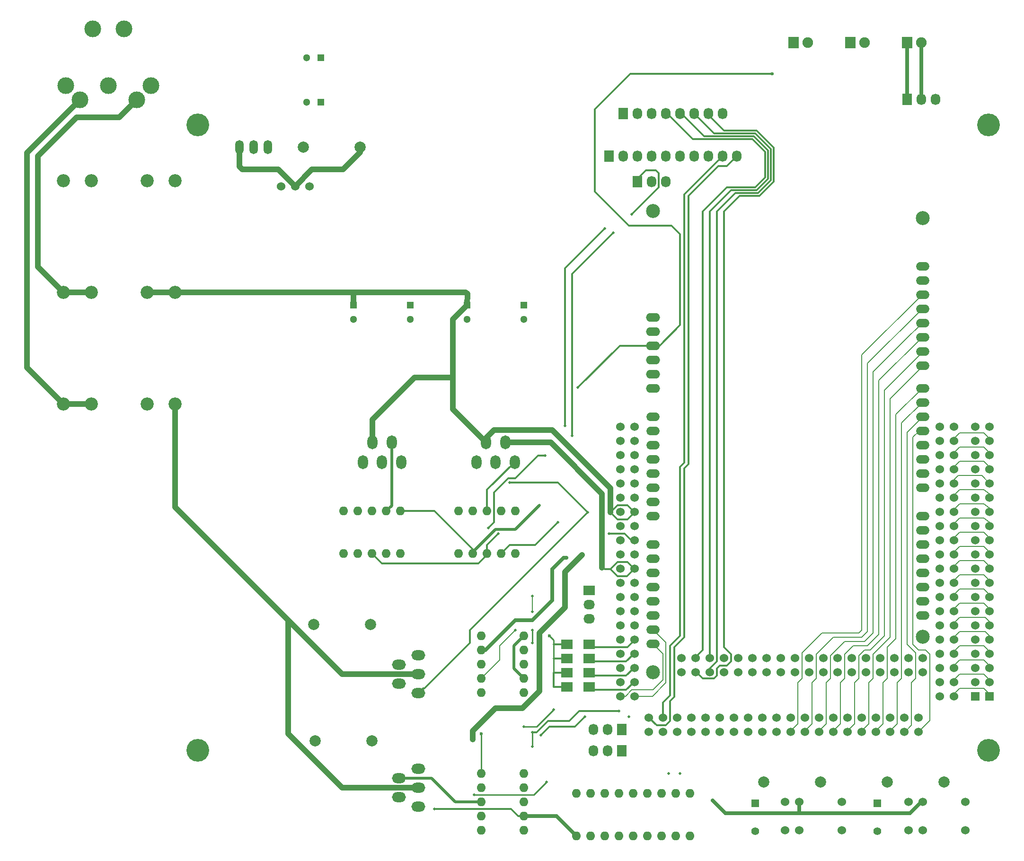
<source format=gbl>
G04 #@! TF.FileFunction,Copper,L4,Bot,Signal*
%FSLAX46Y46*%
G04 Gerber Fmt 4.6, Leading zero omitted, Abs format (unit mm)*
G04 Created by KiCad (PCBNEW 4.0.1-stable) date Monday, February 22, 2016 'PMt' 07:07:20 PM*
%MOMM*%
G01*
G04 APERTURE LIST*
%ADD10C,0.100000*%
%ADD11O,1.600000X1.600000*%
%ADD12C,1.524000*%
%ADD13O,2.400000X1.524000*%
%ADD14O,2.540000X1.524000*%
%ADD15C,2.500000*%
%ADD16C,3.000000*%
%ADD17R,1.524000X1.524000*%
%ADD18R,1.400000X1.400000*%
%ADD19C,1.400000*%
%ADD20R,1.300000X1.300000*%
%ADD21C,1.300000*%
%ADD22C,2.349500*%
%ADD23R,1.900000X2.000000*%
%ADD24C,1.900000*%
%ADD25R,1.727200X2.032000*%
%ADD26O,1.727200X2.032000*%
%ADD27R,2.032000X1.727200*%
%ADD28O,2.032000X1.727200*%
%ADD29R,2.000000X1.700000*%
%ADD30C,1.998980*%
%ADD31O,1.800860X2.499360*%
%ADD32O,2.499360X1.800860*%
%ADD33O,1.501140X2.499360*%
%ADD34C,4.064000*%
%ADD35C,0.500000*%
%ADD36C,0.600000*%
%ADD37C,0.200000*%
%ADD38C,1.000000*%
%ADD39C,0.500000*%
%ADD40C,0.250000*%
%ADD41C,0.700000*%
%ADD42C,0.300000*%
G04 APERTURE END LIST*
D10*
D11*
X144780000Y-126492000D03*
X144780000Y-129032000D03*
X144780000Y-131572000D03*
X144780000Y-134112000D03*
X144780000Y-136652000D03*
X152400000Y-136652000D03*
X152400000Y-134112000D03*
X152400000Y-131572000D03*
X152400000Y-129032000D03*
X152400000Y-126492000D03*
D12*
X172198000Y-111906000D03*
X172198000Y-101746000D03*
X172198000Y-99206000D03*
X169658000Y-99206000D03*
X169658000Y-101746000D03*
X169658000Y-91586000D03*
X169658000Y-89046000D03*
X172198000Y-91586000D03*
X172198000Y-89046000D03*
X172198000Y-94126000D03*
X172198000Y-96666000D03*
X169658000Y-94126000D03*
X169658000Y-96666000D03*
X169658000Y-106826000D03*
X169658000Y-104286000D03*
X169658000Y-109366000D03*
X169658000Y-111906000D03*
X172198000Y-109366000D03*
X169658000Y-119526000D03*
X172198000Y-119526000D03*
X169658000Y-122066000D03*
X172198000Y-122066000D03*
X169658000Y-124606000D03*
X172198000Y-124606000D03*
X169658000Y-134766000D03*
X172198000Y-134766000D03*
X169658000Y-137306000D03*
X172198000Y-137306000D03*
X200138000Y-143656000D03*
X202678000Y-143656000D03*
X205218000Y-143656000D03*
X207758000Y-143656000D03*
X210298000Y-143656000D03*
X212838000Y-143656000D03*
X215378000Y-143656000D03*
X217918000Y-143656000D03*
X220458000Y-143656000D03*
X222998000Y-143656000D03*
X229348000Y-137306000D03*
X226808000Y-137306000D03*
X229348000Y-134766000D03*
X226808000Y-134766000D03*
X229348000Y-132226000D03*
X226808000Y-132226000D03*
X229348000Y-129686000D03*
X226808000Y-129686000D03*
X229348000Y-127146000D03*
X226808000Y-127146000D03*
X229348000Y-124606000D03*
X226808000Y-124606000D03*
X229348000Y-122066000D03*
X226808000Y-122066000D03*
X229348000Y-119526000D03*
X226808000Y-119526000D03*
X229348000Y-116986000D03*
X226808000Y-116986000D03*
X229348000Y-114446000D03*
X226808000Y-114446000D03*
X229348000Y-111906000D03*
X226808000Y-111906000D03*
X229348000Y-109366000D03*
X226808000Y-109366000D03*
X229348000Y-106826000D03*
X226808000Y-106826000D03*
X229348000Y-104286000D03*
X226808000Y-104286000D03*
X229348000Y-101746000D03*
X226808000Y-101746000D03*
X229348000Y-99206000D03*
X226808000Y-99206000D03*
X229348000Y-96666000D03*
X226808000Y-96666000D03*
X229348000Y-94126000D03*
X226808000Y-94126000D03*
X229348000Y-91586000D03*
X226808000Y-91586000D03*
X229348000Y-89046000D03*
X226808000Y-89046000D03*
X197598000Y-143656000D03*
X195058000Y-143656000D03*
X192518000Y-143656000D03*
X189978000Y-143656000D03*
X187438000Y-143656000D03*
X184898000Y-143656000D03*
X182358000Y-143656000D03*
X179818000Y-143656000D03*
X177278000Y-143656000D03*
X174738000Y-143656000D03*
X222998000Y-141116000D03*
X220458000Y-141116000D03*
X217918000Y-141116000D03*
X215378000Y-141116000D03*
X212838000Y-141116000D03*
X210298000Y-141116000D03*
X207758000Y-141116000D03*
X205218000Y-141116000D03*
X202678000Y-141116000D03*
X200138000Y-141116000D03*
X197598000Y-141116000D03*
X195058000Y-141116000D03*
X192518000Y-141116000D03*
X189978000Y-141116000D03*
X187438000Y-141116000D03*
X184898000Y-141116000D03*
X182358000Y-141116000D03*
X179818000Y-141116000D03*
X177278000Y-141116000D03*
X174738000Y-141116000D03*
X172198000Y-132226000D03*
X169658000Y-132226000D03*
X172198000Y-129686000D03*
X169658000Y-129686000D03*
X172198000Y-127146000D03*
X169658000Y-127146000D03*
X172198000Y-116986000D03*
X172198000Y-114446000D03*
X169658000Y-116986000D03*
X169658000Y-114446000D03*
X172198000Y-106826000D03*
X172198000Y-104286000D03*
D13*
X223760000Y-105048000D03*
X223760000Y-107588000D03*
X223760000Y-110128000D03*
X223760000Y-112668000D03*
X223760000Y-115208000D03*
X223760000Y-117748000D03*
X223760000Y-120288000D03*
X223760000Y-122828000D03*
X175500000Y-127908000D03*
X175500000Y-125368000D03*
X175500000Y-122828000D03*
X175500000Y-120288000D03*
X175500000Y-110128000D03*
X175500000Y-105048000D03*
X175500000Y-102508000D03*
X175500000Y-112668000D03*
X175500000Y-115208000D03*
X175500000Y-117748000D03*
X175500000Y-99968000D03*
X175500000Y-97428000D03*
X175500000Y-94888000D03*
X175500000Y-87268000D03*
X175500000Y-89808000D03*
X175500000Y-92348000D03*
D14*
X175500000Y-82188000D03*
X175500000Y-79648000D03*
X175500000Y-77108000D03*
X175500000Y-72028000D03*
X175500000Y-69488000D03*
D13*
X223760000Y-99968000D03*
X223760000Y-97428000D03*
X223760000Y-94888000D03*
X223760000Y-92348000D03*
X223760000Y-89808000D03*
X223760000Y-87268000D03*
X223760000Y-84728000D03*
X223760000Y-82188000D03*
X223760000Y-78124000D03*
X223760000Y-75584000D03*
X223760000Y-73044000D03*
X223760000Y-70504000D03*
X223760000Y-67964000D03*
X223760000Y-65424000D03*
X223760000Y-62884000D03*
X223760000Y-60344000D03*
D14*
X175500000Y-74568000D03*
D15*
X175500000Y-132988000D03*
X223760000Y-126638000D03*
X223760000Y-51708000D03*
X175500000Y-50438000D03*
D12*
X221220000Y-130448000D03*
X221220000Y-132988000D03*
X218680000Y-130448000D03*
X218680000Y-132988000D03*
X216140000Y-130448000D03*
X216140000Y-132988000D03*
X213600000Y-130448000D03*
X213600000Y-132988000D03*
X223760000Y-130448000D03*
X223760000Y-132988000D03*
X211060000Y-132988000D03*
X211060000Y-130448000D03*
X208520000Y-130448000D03*
X208520000Y-132988000D03*
X205980000Y-130448000D03*
X205980000Y-132988000D03*
X203440000Y-130448000D03*
X203440000Y-132988000D03*
X200900000Y-130448000D03*
X200900000Y-132988000D03*
X198360000Y-130448000D03*
X198360000Y-132988000D03*
X195820000Y-130448000D03*
X195820000Y-132988000D03*
X193280000Y-130448000D03*
X193280000Y-132988000D03*
X190740000Y-130448000D03*
X190740000Y-132988000D03*
X188200000Y-130448000D03*
X188200000Y-132988000D03*
X185660000Y-130448000D03*
X185660000Y-132988000D03*
X183120000Y-130448000D03*
X183120000Y-132988000D03*
X180580000Y-130448000D03*
X180580000Y-132988000D03*
X199136000Y-156210000D03*
X201676000Y-156210000D03*
X199136000Y-161290000D03*
X201676000Y-161290000D03*
X209296000Y-161290000D03*
X209296000Y-156210000D03*
X221234000Y-156210000D03*
X223774000Y-156210000D03*
X221234000Y-161290000D03*
X223774000Y-161290000D03*
X231394000Y-161290000D03*
X231394000Y-156210000D03*
D16*
X75206000Y-17840000D03*
X80794000Y-17840000D03*
X85620000Y-28000000D03*
X83080000Y-30540000D03*
X78000000Y-28000000D03*
X72920000Y-30540000D03*
X70380000Y-28000000D03*
D17*
X233172000Y-137287000D03*
D12*
X233172000Y-134747000D03*
X233172000Y-132207000D03*
X233172000Y-129667000D03*
X233172000Y-127127000D03*
X233172000Y-124587000D03*
X233172000Y-122047000D03*
X233172000Y-119507000D03*
X233172000Y-116967000D03*
X233172000Y-114427000D03*
X233172000Y-111887000D03*
X233172000Y-109347000D03*
X233172000Y-106807000D03*
X233172000Y-104267000D03*
X233172000Y-101727000D03*
X233172000Y-99187000D03*
X233172000Y-96647000D03*
X233172000Y-94107000D03*
X233172000Y-91567000D03*
X233172000Y-89027000D03*
D17*
X235712000Y-137287000D03*
D12*
X235712000Y-134747000D03*
X235712000Y-132207000D03*
X235712000Y-129667000D03*
X235712000Y-127127000D03*
X235712000Y-124587000D03*
X235712000Y-122047000D03*
X235712000Y-119507000D03*
X235712000Y-116967000D03*
X235712000Y-114427000D03*
X235712000Y-111887000D03*
X235712000Y-109347000D03*
X235712000Y-106807000D03*
X235712000Y-104267000D03*
X235712000Y-101727000D03*
X235712000Y-99187000D03*
X235712000Y-96647000D03*
X235712000Y-94107000D03*
X235712000Y-91567000D03*
X235712000Y-89027000D03*
D18*
X193802000Y-156464000D03*
D19*
X193802000Y-161464000D03*
D18*
X215646000Y-156464000D03*
D19*
X215646000Y-161464000D03*
D20*
X142240000Y-67310000D03*
D21*
X142240000Y-69810000D03*
D20*
X116000000Y-23000000D03*
D21*
X113500000Y-23000000D03*
D20*
X116000000Y-31000000D03*
D21*
X113500000Y-31000000D03*
D20*
X152400000Y-67310000D03*
D21*
X152400000Y-69810000D03*
D20*
X121920000Y-67310000D03*
D21*
X121920000Y-69810000D03*
D20*
X132080000Y-67310000D03*
D21*
X132080000Y-69810000D03*
D22*
X74998740Y-65000000D03*
X70000020Y-65000000D03*
X85001260Y-65000000D03*
X89999980Y-65000000D03*
X74998740Y-85000000D03*
X70000020Y-85000000D03*
X85001260Y-85000000D03*
X89999980Y-85000000D03*
X74998740Y-45000000D03*
X70000020Y-45000000D03*
X85001260Y-45000000D03*
X89999980Y-45000000D03*
D23*
X220980000Y-20320000D03*
D24*
X223520000Y-20320000D03*
D23*
X200660000Y-20320000D03*
D24*
X203200000Y-20320000D03*
D23*
X210820000Y-20320000D03*
D24*
X213360000Y-20320000D03*
D25*
X170180000Y-33020000D03*
D26*
X172720000Y-33020000D03*
X175260000Y-33020000D03*
X177800000Y-33020000D03*
X180340000Y-33020000D03*
X182880000Y-33020000D03*
X185420000Y-33020000D03*
X187960000Y-33020000D03*
D25*
X167640000Y-40640000D03*
D26*
X170180000Y-40640000D03*
X172720000Y-40640000D03*
X175260000Y-40640000D03*
X177800000Y-40640000D03*
X180340000Y-40640000D03*
X182880000Y-40640000D03*
X185420000Y-40640000D03*
X187960000Y-40640000D03*
X190500000Y-40640000D03*
D27*
X164084000Y-118364000D03*
D28*
X164084000Y-120904000D03*
X164084000Y-123444000D03*
D25*
X220980000Y-30480000D03*
D26*
X223520000Y-30480000D03*
X226060000Y-30480000D03*
D25*
X169926000Y-147066000D03*
D26*
X167386000Y-147066000D03*
X164846000Y-147066000D03*
D25*
X169926000Y-143256000D03*
D26*
X167386000Y-143256000D03*
X164846000Y-143256000D03*
D25*
X172720000Y-45212000D03*
D26*
X175260000Y-45212000D03*
X177800000Y-45212000D03*
D29*
X164052000Y-135636000D03*
X160052000Y-135636000D03*
X164052000Y-133096000D03*
X160052000Y-133096000D03*
X164052000Y-130556000D03*
X160052000Y-130556000D03*
X164052000Y-128016000D03*
X160052000Y-128016000D03*
D30*
X195326000Y-152654000D03*
X205486000Y-152654000D03*
X217424000Y-152654000D03*
X227584000Y-152654000D03*
X125222000Y-145288000D03*
X115062000Y-145288000D03*
X123080000Y-39000000D03*
X112920000Y-39000000D03*
D12*
X111460000Y-46000000D03*
X108920000Y-46000000D03*
X114000000Y-46000000D03*
D11*
X182118000Y-154686000D03*
X179578000Y-154686000D03*
X177038000Y-154686000D03*
X174498000Y-154686000D03*
X171958000Y-154686000D03*
X169418000Y-154686000D03*
X166878000Y-154686000D03*
X164338000Y-154686000D03*
X161798000Y-154686000D03*
X161798000Y-162306000D03*
X164338000Y-162306000D03*
X166878000Y-162306000D03*
X169418000Y-162306000D03*
X171958000Y-162306000D03*
X174498000Y-162306000D03*
X177038000Y-162306000D03*
X179578000Y-162306000D03*
X182118000Y-162306000D03*
D31*
X147320000Y-95379540D03*
X143918940Y-95379540D03*
X150721060Y-95379540D03*
X145620740Y-91879420D03*
X149019260Y-91879420D03*
D32*
X133479540Y-133350000D03*
X133479540Y-136751060D03*
X133479540Y-129948940D03*
X129979420Y-135049260D03*
X129979420Y-131650740D03*
D11*
X150876000Y-104140000D03*
X148336000Y-104140000D03*
X145796000Y-104140000D03*
X143256000Y-104140000D03*
X140716000Y-104140000D03*
X140716000Y-111760000D03*
X143256000Y-111760000D03*
X145796000Y-111760000D03*
X148336000Y-111760000D03*
X150876000Y-111760000D03*
D31*
X127000000Y-95379540D03*
X123598940Y-95379540D03*
X130401060Y-95379540D03*
X125300740Y-91879420D03*
X128699260Y-91879420D03*
D32*
X133479540Y-153670000D03*
X133479540Y-157071060D03*
X133479540Y-150268940D03*
X129979420Y-155369260D03*
X129979420Y-151970740D03*
D11*
X130302000Y-104140000D03*
X127762000Y-104140000D03*
X125222000Y-104140000D03*
X122682000Y-104140000D03*
X120142000Y-104140000D03*
X120142000Y-111760000D03*
X122682000Y-111760000D03*
X125222000Y-111760000D03*
X127762000Y-111760000D03*
X130302000Y-111760000D03*
X144780000Y-151130000D03*
X144780000Y-153670000D03*
X144780000Y-156210000D03*
X144780000Y-158750000D03*
X144780000Y-161290000D03*
X152400000Y-161290000D03*
X152400000Y-158750000D03*
X152400000Y-156210000D03*
X152400000Y-153670000D03*
X152400000Y-151130000D03*
D33*
X104000000Y-39000000D03*
X101460000Y-39000000D03*
X106540000Y-39000000D03*
D30*
X124968000Y-124460000D03*
X114808000Y-124460000D03*
D34*
X94000000Y-147000000D03*
X94000000Y-35000000D03*
X235500000Y-147000000D03*
X235500000Y-35000000D03*
D35*
X150876000Y-125476000D03*
X153924000Y-119380000D03*
X153924000Y-122174000D03*
X157734000Y-139700000D03*
X152400000Y-142748000D03*
X186182000Y-155956000D03*
X155194000Y-103124000D03*
X136398000Y-157480000D03*
D36*
X156972000Y-126492000D03*
X144780000Y-144018000D03*
D35*
X160020000Y-112522000D03*
X167640000Y-108204000D03*
X162814000Y-112014000D03*
X143256000Y-145042000D03*
X155448000Y-144272000D03*
X163322000Y-140970000D03*
X171196000Y-140970000D03*
X158496000Y-106172000D03*
X161036000Y-90678000D03*
X168402000Y-54356000D03*
X171704000Y-51054000D03*
X169418000Y-139954000D03*
X147828000Y-108204000D03*
X146050000Y-107188000D03*
X156210000Y-94234000D03*
X159766000Y-88900000D03*
X166878000Y-53594000D03*
X153924000Y-146304000D03*
X153924000Y-143764000D03*
X162052000Y-82042000D03*
D36*
X196850000Y-25908000D03*
D35*
X178308000Y-151130000D03*
X180340000Y-151130000D03*
X149860000Y-99060000D03*
X163830000Y-104394000D03*
X143510000Y-154940000D03*
X156464000Y-152654000D03*
X153924000Y-127762000D03*
X153924000Y-125476000D03*
D37*
X148082000Y-130810000D02*
X144780000Y-134112000D01*
X148082000Y-128270000D02*
X148082000Y-130810000D01*
X150876000Y-125476000D02*
X148082000Y-128270000D01*
D38*
X89999980Y-85000000D02*
X89999980Y-103461980D01*
X89999980Y-103461980D02*
X110236000Y-123698000D01*
X110236000Y-123698000D02*
X110236000Y-124206000D01*
X110490000Y-124460000D02*
X110236000Y-124460000D01*
X110236000Y-124206000D02*
X110490000Y-124460000D01*
X133479540Y-133350000D02*
X119888000Y-133350000D01*
X119888000Y-133350000D02*
X110236000Y-123698000D01*
X110236000Y-123698000D02*
X110236000Y-124460000D01*
X110236000Y-124460000D02*
X110236000Y-127508000D01*
X133479540Y-153670000D02*
X121920000Y-153670000D01*
X110236000Y-144018000D02*
X110236000Y-127508000D01*
D39*
X110236000Y-127508000D02*
X110236000Y-127254000D01*
D38*
X119888000Y-153670000D02*
X110236000Y-144018000D01*
X121920000Y-153670000D02*
X119888000Y-153670000D01*
D37*
X153924000Y-122174000D02*
X153924000Y-119380000D01*
D39*
X152400000Y-126492000D02*
X150622000Y-128270000D01*
X150622000Y-132334000D02*
X152400000Y-134112000D01*
X150622000Y-128270000D02*
X150622000Y-132334000D01*
D40*
X157734000Y-139700000D02*
X157734000Y-139700000D01*
X154686000Y-142748000D02*
X157734000Y-139700000D01*
X152400000Y-142748000D02*
X154686000Y-142748000D01*
D41*
X201676000Y-158242000D02*
X188468000Y-158242000D01*
X188468000Y-158242000D02*
X186182000Y-155956000D01*
X201676000Y-156210000D02*
X201676000Y-158242000D01*
X221488000Y-158242000D02*
X223520000Y-156210000D01*
X201676000Y-158242000D02*
X221488000Y-158242000D01*
X223520000Y-156210000D02*
X223774000Y-156210000D01*
D39*
X143256000Y-111760000D02*
X143256000Y-111506000D01*
X143256000Y-111506000D02*
X147320000Y-107442000D01*
X150876000Y-107442000D02*
X155194000Y-103124000D01*
X147320000Y-107442000D02*
X150876000Y-107442000D01*
D42*
X143256000Y-111760000D02*
X143256000Y-110998000D01*
X143256000Y-110998000D02*
X136398000Y-104140000D01*
X136398000Y-104140000D02*
X130302000Y-104140000D01*
D41*
X152400000Y-158750000D02*
X158242000Y-158750000D01*
X158242000Y-158750000D02*
X161798000Y-162306000D01*
D42*
X151384000Y-158750000D02*
X152400000Y-158750000D01*
X150114000Y-157480000D02*
X151384000Y-158750000D01*
X136398000Y-157480000D02*
X150114000Y-157480000D01*
D40*
X157734000Y-128016000D02*
X157734000Y-127254000D01*
X157734000Y-127254000D02*
X156972000Y-126492000D01*
D42*
X160052000Y-128016000D02*
X157734000Y-128016000D01*
D40*
X157734000Y-128016000D02*
X157734000Y-130556000D01*
D42*
X160052000Y-130556000D02*
X157734000Y-130556000D01*
D40*
X157734000Y-130556000D02*
X157734000Y-133096000D01*
D42*
X160052000Y-135636000D02*
X157734000Y-135636000D01*
X157734000Y-135636000D02*
X157734000Y-133096000D01*
X157734000Y-133096000D02*
X160052000Y-133096000D01*
D40*
X144780000Y-144018000D02*
X144780000Y-151130000D01*
D42*
X172198000Y-104286000D02*
X172104000Y-104286000D01*
X172104000Y-104286000D02*
X170942000Y-103124000D01*
X169164000Y-103124000D02*
X167894000Y-104394000D01*
X170942000Y-103124000D02*
X169164000Y-103124000D01*
X172198000Y-104286000D02*
X172198000Y-104408000D01*
X172198000Y-104408000D02*
X170942000Y-105664000D01*
D38*
X147066000Y-89662000D02*
X157480000Y-89662000D01*
X157480000Y-89662000D02*
X167894000Y-100076000D01*
X167894000Y-100076000D02*
X167894000Y-104394000D01*
X145620740Y-91107260D02*
X147066000Y-89662000D01*
D42*
X169164000Y-105664000D02*
X167894000Y-104394000D01*
X170942000Y-105664000D02*
X169164000Y-105664000D01*
D38*
X145620740Y-91879420D02*
X145620740Y-91107260D01*
X125300740Y-91879420D02*
X125300740Y-87805260D01*
X132842000Y-80264000D02*
X139700000Y-80264000D01*
X125300740Y-87805260D02*
X132842000Y-80264000D01*
X142240000Y-67310000D02*
X140970000Y-68580000D01*
X139700000Y-85958680D02*
X145620740Y-91879420D01*
X139700000Y-69850000D02*
X139700000Y-80264000D01*
X139700000Y-80264000D02*
X139700000Y-85958680D01*
X140970000Y-68580000D02*
X139700000Y-69850000D01*
X145542000Y-91800680D02*
X145620740Y-91879420D01*
X142240000Y-67310000D02*
X142264000Y-65302000D01*
X141986000Y-65024000D02*
X121896000Y-65000000D01*
X142264000Y-65302000D02*
X141986000Y-65024000D01*
X121896000Y-65000000D02*
X121920000Y-65024000D01*
X121920000Y-65024000D02*
X121920000Y-67310000D01*
X89999980Y-65000000D02*
X121896000Y-65000000D01*
X121920000Y-65024000D02*
X121920000Y-67310000D01*
X121896000Y-65000000D02*
X121920000Y-65024000D01*
X85001260Y-65000000D02*
X89999980Y-65000000D01*
D42*
X172198000Y-111906000D02*
X172104000Y-111906000D01*
D41*
X150876000Y-123698000D02*
X153924000Y-123698000D01*
X153924000Y-123698000D02*
X157480000Y-120142000D01*
X157480000Y-120142000D02*
X157480000Y-114554000D01*
X157480000Y-114554000D02*
X159512000Y-112522000D01*
X159512000Y-112522000D02*
X160020000Y-112522000D01*
X145542000Y-129032000D02*
X150876000Y-123698000D01*
X144780000Y-129032000D02*
X145542000Y-129032000D01*
X151892000Y-139446000D02*
X152146000Y-139446000D01*
X152146000Y-139446000D02*
X155194000Y-136398000D01*
D42*
X172198000Y-109366000D02*
X171596000Y-109366000D01*
X171596000Y-109366000D02*
X170434000Y-108204000D01*
X170434000Y-108204000D02*
X167640000Y-108204000D01*
D38*
X155194000Y-125984000D02*
X159766000Y-121412000D01*
X159766000Y-121412000D02*
X159766000Y-115062000D01*
X159766000Y-115062000D02*
X162814000Y-112014000D01*
X155194000Y-136398000D02*
X155194000Y-125984000D01*
X152146000Y-139446000D02*
X155194000Y-136398000D01*
X147320000Y-139446000D02*
X151892000Y-139446000D01*
X151892000Y-139446000D02*
X152146000Y-139446000D01*
D42*
X152146000Y-139446000D02*
X152400000Y-139446000D01*
D38*
X143256000Y-143510000D02*
X147320000Y-139446000D01*
X143256000Y-145042000D02*
X143256000Y-143510000D01*
D42*
X167894000Y-114554000D02*
X169164000Y-113284000D01*
X170942000Y-113284000D02*
X172104000Y-114446000D01*
X170688000Y-113284000D02*
X170942000Y-113284000D01*
X169164000Y-113284000D02*
X170688000Y-113284000D01*
X172104000Y-114446000D02*
X172198000Y-114446000D01*
X166370000Y-114300000D02*
X166624000Y-114300000D01*
D38*
X157157420Y-91879420D02*
X166370000Y-101092000D01*
X166370000Y-101092000D02*
X166370000Y-113792000D01*
X166370000Y-113792000D02*
X166370000Y-114300000D01*
X149019260Y-91879420D02*
X157157420Y-91879420D01*
D42*
X170820000Y-115824000D02*
X172198000Y-114446000D01*
X169164000Y-115824000D02*
X170820000Y-115824000D01*
X167894000Y-114554000D02*
X169164000Y-115824000D01*
X166878000Y-114554000D02*
X167894000Y-114554000D01*
X166624000Y-114300000D02*
X166878000Y-114554000D01*
D39*
X128699260Y-91879420D02*
X128699260Y-103202740D01*
X128699260Y-103202740D02*
X127762000Y-104140000D01*
D38*
X74998740Y-65000000D02*
X70000020Y-65000000D01*
X83080000Y-30540000D02*
X83080000Y-30585000D01*
X83080000Y-30585000D02*
X80010000Y-33655000D01*
X65405000Y-60404980D02*
X70000020Y-65000000D01*
X65405000Y-40640000D02*
X65405000Y-60404980D01*
X72390000Y-33655000D02*
X65405000Y-40640000D01*
X80010000Y-33655000D02*
X72390000Y-33655000D01*
X83080000Y-30540000D02*
X82998000Y-30540000D01*
X74998740Y-85000000D02*
X70000020Y-85000000D01*
X72920000Y-30540000D02*
X72920000Y-30585000D01*
X72920000Y-30585000D02*
X63500000Y-40005000D01*
X63500000Y-78499980D02*
X70000020Y-85000000D01*
X63500000Y-40005000D02*
X63500000Y-78499980D01*
X72920000Y-30540000D02*
X72838000Y-30540000D01*
D41*
X220980000Y-20320000D02*
X220980000Y-30480000D01*
X223520000Y-20320000D02*
X223520000Y-30480000D01*
D37*
X183120000Y-130448000D02*
X183120000Y-130316000D01*
D42*
X183120000Y-130316000D02*
X184404000Y-129032000D01*
X184404000Y-129032000D02*
X184404000Y-111760000D01*
X184404000Y-111760000D02*
X184404000Y-50546000D01*
X184404000Y-50546000D02*
X188722000Y-46228000D01*
X188722000Y-46228000D02*
X193548000Y-46228000D01*
X193548000Y-46228000D02*
X193802000Y-46228000D01*
X193802000Y-46228000D02*
X195580000Y-44450000D01*
X195580000Y-44450000D02*
X195580000Y-39878000D01*
X195580000Y-39878000D02*
X193294000Y-37592000D01*
X193294000Y-37592000D02*
X182880000Y-37592000D01*
X182880000Y-37592000D02*
X182626000Y-37592000D01*
X182626000Y-37592000D02*
X178054000Y-33020000D01*
D37*
X178054000Y-33020000D02*
X177800000Y-33020000D01*
D42*
X185660000Y-130448000D02*
X185660000Y-50560000D01*
X185660000Y-50560000D02*
X189484000Y-46736000D01*
X189484000Y-46736000D02*
X194056000Y-46736000D01*
X194056000Y-46736000D02*
X196088000Y-44704000D01*
X196088000Y-44704000D02*
X196088000Y-39624000D01*
X196088000Y-39624000D02*
X193802000Y-37338000D01*
X193802000Y-37338000D02*
X193548000Y-37084000D01*
X193548000Y-37084000D02*
X184658000Y-37084000D01*
X184658000Y-37084000D02*
X180594000Y-33020000D01*
D37*
X180594000Y-33020000D02*
X180340000Y-33020000D01*
D42*
X193802000Y-36576000D02*
X186436000Y-36576000D01*
X186436000Y-36576000D02*
X182880000Y-33020000D01*
X185660000Y-132348000D02*
X186944000Y-131064000D01*
X196596000Y-39370000D02*
X193802000Y-36576000D01*
X196596000Y-44958000D02*
X196596000Y-39370000D01*
X194310000Y-47244000D02*
X196596000Y-44958000D01*
X190246000Y-47244000D02*
X194310000Y-47244000D01*
X186944000Y-50546000D02*
X190246000Y-47244000D01*
X186944000Y-131064000D02*
X186944000Y-50546000D01*
D37*
X185660000Y-132988000D02*
X185660000Y-132348000D01*
X183120000Y-132988000D02*
X183280000Y-132988000D01*
D42*
X183280000Y-132988000D02*
X184404000Y-134112000D01*
X184404000Y-134112000D02*
X186436000Y-134112000D01*
X186436000Y-134112000D02*
X186944000Y-133604000D01*
X186944000Y-133604000D02*
X186944000Y-132334000D01*
X186944000Y-132334000D02*
X187452000Y-131826000D01*
X187452000Y-131826000D02*
X188722000Y-131826000D01*
X188722000Y-131826000D02*
X189484000Y-131064000D01*
X189484000Y-131064000D02*
X189484000Y-129794000D01*
X189484000Y-129794000D02*
X188214000Y-128524000D01*
X188214000Y-128524000D02*
X188214000Y-50546000D01*
X188214000Y-50546000D02*
X191008000Y-47752000D01*
X191008000Y-47752000D02*
X194564000Y-47752000D01*
X194564000Y-47752000D02*
X197104000Y-45212000D01*
X197104000Y-45212000D02*
X197104000Y-39116000D01*
X197104000Y-39116000D02*
X194056000Y-36068000D01*
X194056000Y-36068000D02*
X189230000Y-36068000D01*
X189230000Y-36068000D02*
X188214000Y-36068000D01*
X188214000Y-36068000D02*
X185420000Y-33274000D01*
D37*
X185420000Y-33274000D02*
X185420000Y-33020000D01*
D42*
X156972000Y-142748000D02*
X155448000Y-144272000D01*
X161544000Y-142748000D02*
X156972000Y-142748000D01*
X163322000Y-140970000D02*
X161544000Y-142748000D01*
X149860000Y-110236000D02*
X148336000Y-111760000D01*
X154432000Y-110236000D02*
X149860000Y-110236000D01*
X158496000Y-106172000D02*
X154432000Y-110236000D01*
X172720000Y-45212000D02*
X172720000Y-44704000D01*
X172720000Y-44704000D02*
X174244000Y-43180000D01*
X161036000Y-61722000D02*
X161036000Y-90678000D01*
X161290000Y-61468000D02*
X161036000Y-61722000D01*
X168402000Y-54356000D02*
X161290000Y-61468000D01*
X176530000Y-46228000D02*
X171704000Y-51054000D01*
X176530000Y-43688000D02*
X176530000Y-46228000D01*
X176022000Y-43180000D02*
X176530000Y-43688000D01*
X174244000Y-43180000D02*
X176022000Y-43180000D01*
X153924000Y-143764000D02*
X154686000Y-143764000D01*
X160528000Y-141732000D02*
X162306000Y-139954000D01*
X156718000Y-141732000D02*
X160528000Y-141732000D01*
X154686000Y-143764000D02*
X156718000Y-141732000D01*
X169418000Y-139954000D02*
X162306000Y-139954000D01*
X162306000Y-139954000D02*
X162306000Y-139954000D01*
X145796000Y-110236000D02*
X145796000Y-111760000D01*
X147828000Y-108204000D02*
X145796000Y-110236000D01*
X147066000Y-106172000D02*
X146050000Y-107188000D01*
X147066000Y-100838000D02*
X147066000Y-106172000D01*
X149606000Y-98298000D02*
X147066000Y-100838000D01*
X150876000Y-98298000D02*
X149606000Y-98298000D01*
X154940000Y-94234000D02*
X150876000Y-98298000D01*
X156210000Y-94234000D02*
X154940000Y-94234000D01*
X159766000Y-60706000D02*
X159766000Y-88900000D01*
X166878000Y-53594000D02*
X159766000Y-60706000D01*
D40*
X153924000Y-143764000D02*
X153924000Y-146304000D01*
D42*
X145796000Y-111760000D02*
X145796000Y-112014000D01*
X145796000Y-112014000D02*
X144272000Y-113538000D01*
X127000000Y-113538000D02*
X125222000Y-111760000D01*
X144272000Y-113538000D02*
X127000000Y-113538000D01*
X177278000Y-141116000D02*
X177278000Y-138444000D01*
X181102000Y-47498000D02*
X187960000Y-40640000D01*
X181102000Y-95504000D02*
X181102000Y-47498000D01*
X180340000Y-96266000D02*
X181102000Y-95504000D01*
X180340000Y-126492000D02*
X180340000Y-96266000D01*
X178562000Y-128270000D02*
X180340000Y-126492000D01*
X178562000Y-137160000D02*
X178562000Y-128270000D01*
X177278000Y-138444000D02*
X178562000Y-137160000D01*
X190500000Y-40640000D02*
X188722000Y-42418000D01*
X178562000Y-141732000D02*
X177800000Y-142494000D01*
X178562000Y-138176000D02*
X178562000Y-141732000D01*
X179324000Y-137414000D02*
X178562000Y-138176000D01*
X179324000Y-128524000D02*
X179324000Y-137414000D01*
X181102000Y-126746000D02*
X179324000Y-128524000D01*
X181102000Y-96520000D02*
X181102000Y-126746000D01*
X181864000Y-95758000D02*
X181102000Y-96520000D01*
X181864000Y-47752000D02*
X181864000Y-95758000D01*
X187198000Y-42418000D02*
X181864000Y-47752000D01*
X188722000Y-42418000D02*
X187198000Y-42418000D01*
X177800000Y-142494000D02*
X178054000Y-142240000D01*
X178054000Y-142240000D02*
X177800000Y-142494000D01*
X177800000Y-142494000D02*
X176116000Y-142494000D01*
X176116000Y-142494000D02*
X174738000Y-141116000D01*
X172198000Y-134766000D02*
X172066000Y-134766000D01*
X172066000Y-134766000D02*
X170688000Y-136144000D01*
X170688000Y-136144000D02*
X164560000Y-136144000D01*
X164560000Y-136144000D02*
X164052000Y-135636000D01*
D40*
X164052000Y-135636000D02*
X164592000Y-135636000D01*
X164592000Y-135636000D02*
X164973000Y-136017000D01*
D37*
X169658000Y-137306000D02*
X170542000Y-137306000D01*
X177292000Y-129700000D02*
X175500000Y-127908000D01*
X177292000Y-134366000D02*
X177292000Y-129700000D01*
X175514000Y-136144000D02*
X177292000Y-134366000D01*
X171704000Y-136144000D02*
X175514000Y-136144000D01*
X170542000Y-137306000D02*
X171704000Y-136144000D01*
X172198000Y-137306000D02*
X175368000Y-137306000D01*
X177800000Y-127668000D02*
X175500000Y-125368000D01*
X177800000Y-134874000D02*
X177800000Y-127668000D01*
X175368000Y-137306000D02*
X177800000Y-134874000D01*
X200138000Y-143656000D02*
X200138000Y-143524000D01*
X200138000Y-143524000D02*
X201422000Y-142240000D01*
X212852000Y-76200000D02*
X223628000Y-65424000D01*
X212852000Y-125476000D02*
X212852000Y-76200000D01*
X212344000Y-125984000D02*
X212852000Y-125476000D01*
X205740000Y-125984000D02*
X212344000Y-125984000D01*
X202184000Y-129540000D02*
X205740000Y-125984000D01*
X202184000Y-134112000D02*
X202184000Y-129540000D01*
X201422000Y-134874000D02*
X202184000Y-134112000D01*
X201422000Y-142240000D02*
X201422000Y-134874000D01*
X223628000Y-65424000D02*
X223760000Y-65424000D01*
D40*
X200138000Y-143656000D02*
X200138000Y-143270000D01*
D37*
X202678000Y-143656000D02*
X202678000Y-143524000D01*
X202678000Y-143524000D02*
X203962000Y-142240000D01*
X213868000Y-77724000D02*
X223628000Y-67964000D01*
X213868000Y-125730000D02*
X213868000Y-77724000D01*
X212852000Y-126746000D02*
X213868000Y-125730000D01*
X207772000Y-126746000D02*
X212852000Y-126746000D01*
X204724000Y-129794000D02*
X207772000Y-126746000D01*
X204724000Y-134112000D02*
X204724000Y-129794000D01*
X203962000Y-134874000D02*
X204724000Y-134112000D01*
X203962000Y-142240000D02*
X203962000Y-134874000D01*
X223628000Y-67964000D02*
X223760000Y-67964000D01*
D40*
X202678000Y-143656000D02*
X202678000Y-143397000D01*
D37*
X223760000Y-70504000D02*
X223628000Y-70504000D01*
X223628000Y-70504000D02*
X220472000Y-73660000D01*
X220726000Y-73406000D02*
X220472000Y-73660000D01*
X220472000Y-73660000D02*
X214884000Y-79248000D01*
X214884000Y-79248000D02*
X214884000Y-79502000D01*
X205218000Y-143656000D02*
X205218000Y-143524000D01*
X205218000Y-143524000D02*
X206502000Y-142240000D01*
X214884000Y-125984000D02*
X214884000Y-79502000D01*
X213360000Y-127508000D02*
X214884000Y-125984000D01*
X209804000Y-127508000D02*
X213360000Y-127508000D01*
X207264000Y-130048000D02*
X209804000Y-127508000D01*
X207264000Y-134112000D02*
X207264000Y-130048000D01*
X206502000Y-134874000D02*
X207264000Y-134112000D01*
X206502000Y-142240000D02*
X206502000Y-134874000D01*
X223760000Y-70626000D02*
X223760000Y-70504000D01*
D40*
X205218000Y-143656000D02*
X205218000Y-143397000D01*
D37*
X207758000Y-143656000D02*
X207758000Y-143524000D01*
X207758000Y-143524000D02*
X209042000Y-142240000D01*
X215900000Y-80772000D02*
X223628000Y-73044000D01*
X215900000Y-81280000D02*
X215900000Y-80772000D01*
X215900000Y-126238000D02*
X215900000Y-81280000D01*
X213868000Y-128270000D02*
X215900000Y-126238000D01*
X211328000Y-128270000D02*
X213868000Y-128270000D01*
X209804000Y-129794000D02*
X211328000Y-128270000D01*
X209804000Y-134112000D02*
X209804000Y-129794000D01*
X209042000Y-134874000D02*
X209804000Y-134112000D01*
X209042000Y-142240000D02*
X209042000Y-134874000D01*
X223628000Y-73044000D02*
X223760000Y-73044000D01*
X212344000Y-130048000D02*
X213360000Y-129032000D01*
X216916000Y-126492000D02*
X216916000Y-125476000D01*
X214376000Y-129032000D02*
X216916000Y-126492000D01*
X213360000Y-129032000D02*
X214376000Y-129032000D01*
X210298000Y-143656000D02*
X210298000Y-143524000D01*
X210298000Y-143524000D02*
X211582000Y-142240000D01*
X216916000Y-82550000D02*
X223760000Y-75706000D01*
X216916000Y-125476000D02*
X216916000Y-83312000D01*
X216916000Y-83312000D02*
X216916000Y-82550000D01*
X212344000Y-134112000D02*
X212344000Y-130048000D01*
X211582000Y-134874000D02*
X212344000Y-134112000D01*
X211582000Y-142240000D02*
X211582000Y-134874000D01*
X223760000Y-75706000D02*
X223760000Y-75584000D01*
D40*
X210298000Y-143656000D02*
X210298000Y-143397000D01*
D37*
X223760000Y-78124000D02*
X223760000Y-78246000D01*
X223760000Y-78246000D02*
X220980000Y-81026000D01*
X214884000Y-129794000D02*
X217932000Y-126746000D01*
X217932000Y-126746000D02*
X217932000Y-84836000D01*
X217932000Y-84836000D02*
X217932000Y-84074000D01*
X220218000Y-81788000D02*
X220980000Y-81026000D01*
X217932000Y-84074000D02*
X220218000Y-81788000D01*
X212838000Y-143524000D02*
X214122000Y-142240000D01*
X214884000Y-129794000D02*
X214884000Y-129794000D01*
X214884000Y-129794000D02*
X214884000Y-129794000D01*
X214884000Y-134112000D02*
X214884000Y-129794000D01*
X214122000Y-134874000D02*
X214884000Y-134112000D01*
X214122000Y-142240000D02*
X214122000Y-134874000D01*
X212838000Y-143656000D02*
X212838000Y-143524000D01*
X223628000Y-78124000D02*
X223760000Y-78124000D01*
D40*
X212838000Y-143656000D02*
X212838000Y-143651000D01*
D37*
X215378000Y-143656000D02*
X215378000Y-143524000D01*
X215378000Y-143524000D02*
X216662000Y-142240000D01*
X218948000Y-86868000D02*
X223628000Y-82188000D01*
X218948000Y-120142000D02*
X218948000Y-86868000D01*
X218948000Y-127000000D02*
X218948000Y-120142000D01*
X217424000Y-128524000D02*
X218948000Y-127000000D01*
X217424000Y-129794000D02*
X217424000Y-128524000D01*
X217424000Y-134112000D02*
X217424000Y-129794000D01*
X216662000Y-134874000D02*
X217424000Y-134112000D01*
X216662000Y-142240000D02*
X216662000Y-134874000D01*
X223628000Y-82188000D02*
X223760000Y-82188000D01*
D40*
X215378000Y-143656000D02*
X215378000Y-143651000D01*
D37*
X217918000Y-143656000D02*
X217918000Y-143524000D01*
X217918000Y-143524000D02*
X219202000Y-142240000D01*
X219964000Y-88392000D02*
X223628000Y-84728000D01*
X219964000Y-88900000D02*
X219964000Y-88392000D01*
X219964000Y-89154000D02*
X219964000Y-88900000D01*
X219964000Y-89916000D02*
X219964000Y-89154000D01*
X219964000Y-128016000D02*
X219964000Y-89916000D01*
X219964000Y-134112000D02*
X219964000Y-128016000D01*
X219202000Y-134874000D02*
X219964000Y-134112000D01*
X219202000Y-142240000D02*
X219202000Y-134874000D01*
X223628000Y-84728000D02*
X223760000Y-84728000D01*
D40*
X217918000Y-143656000D02*
X217918000Y-143651000D01*
D37*
X220458000Y-143656000D02*
X220580000Y-143656000D01*
X220580000Y-143656000D02*
X221742000Y-142494000D01*
X220980000Y-90048000D02*
X223760000Y-87268000D01*
X220980000Y-128016000D02*
X220980000Y-90048000D01*
X222504000Y-129540000D02*
X220980000Y-128016000D01*
X222504000Y-134112000D02*
X222504000Y-129540000D01*
X221742000Y-134874000D02*
X222504000Y-134112000D01*
X221742000Y-142494000D02*
X221742000Y-134874000D01*
X223760000Y-89808000D02*
X223120000Y-89808000D01*
X223120000Y-89808000D02*
X221996000Y-90932000D01*
X221996000Y-90932000D02*
X221996000Y-128016000D01*
X221996000Y-128016000D02*
X223012000Y-129032000D01*
X223012000Y-129032000D02*
X224282000Y-129032000D01*
X224282000Y-129032000D02*
X225044000Y-129794000D01*
X225044000Y-129794000D02*
X225044000Y-141610000D01*
X225044000Y-141610000D02*
X222998000Y-143656000D01*
X235712000Y-137287000D02*
X235712000Y-136906000D01*
X235712000Y-136906000D02*
X234696000Y-135890000D01*
X234696000Y-135890000D02*
X230378000Y-135890000D01*
X230378000Y-135890000D02*
X229348000Y-136920000D01*
X229348000Y-136920000D02*
X229348000Y-137306000D01*
X235712000Y-134747000D02*
X235712000Y-134366000D01*
X235712000Y-134366000D02*
X234696000Y-133350000D01*
X234696000Y-133350000D02*
X230378000Y-133350000D01*
X230378000Y-133350000D02*
X229348000Y-134380000D01*
X229348000Y-134380000D02*
X229348000Y-134766000D01*
X235712000Y-132207000D02*
X235712000Y-131826000D01*
X235712000Y-131826000D02*
X234696000Y-130810000D01*
X234696000Y-130810000D02*
X230378000Y-130810000D01*
X230378000Y-130810000D02*
X229348000Y-131840000D01*
X229348000Y-131840000D02*
X229348000Y-132226000D01*
X235712000Y-129667000D02*
X235712000Y-129286000D01*
X235712000Y-129286000D02*
X234696000Y-128270000D01*
X234696000Y-128270000D02*
X230378000Y-128270000D01*
X230378000Y-128270000D02*
X229348000Y-129300000D01*
X229348000Y-129300000D02*
X229348000Y-129686000D01*
X235712000Y-127127000D02*
X235712000Y-126492000D01*
X235712000Y-126492000D02*
X234950000Y-125730000D01*
X234950000Y-125730000D02*
X230378000Y-125730000D01*
X230378000Y-125730000D02*
X229348000Y-126760000D01*
X229348000Y-126760000D02*
X229348000Y-127146000D01*
X235712000Y-124587000D02*
X235712000Y-123952000D01*
X235712000Y-123952000D02*
X234950000Y-123190000D01*
X234950000Y-123190000D02*
X230378000Y-123190000D01*
X230378000Y-123190000D02*
X229348000Y-124220000D01*
X229348000Y-124220000D02*
X229348000Y-124606000D01*
X235712000Y-122047000D02*
X235712000Y-121666000D01*
X235712000Y-121666000D02*
X234696000Y-120650000D01*
X234696000Y-120650000D02*
X230378000Y-120650000D01*
X230378000Y-120650000D02*
X229348000Y-121680000D01*
X229348000Y-121680000D02*
X229348000Y-122066000D01*
X235712000Y-119507000D02*
X235712000Y-119126000D01*
X235712000Y-119126000D02*
X234696000Y-118110000D01*
X234696000Y-118110000D02*
X230378000Y-118110000D01*
X230378000Y-118110000D02*
X229348000Y-119140000D01*
X229348000Y-119140000D02*
X229348000Y-119526000D01*
X235712000Y-116967000D02*
X235712000Y-116586000D01*
X235712000Y-116586000D02*
X234696000Y-115570000D01*
X234696000Y-115570000D02*
X230378000Y-115570000D01*
X230378000Y-115570000D02*
X229348000Y-116600000D01*
X229348000Y-116600000D02*
X229348000Y-116986000D01*
X235712000Y-114427000D02*
X235712000Y-114046000D01*
X235712000Y-114046000D02*
X234696000Y-113030000D01*
X234696000Y-113030000D02*
X230378000Y-113030000D01*
X230378000Y-113030000D02*
X229348000Y-114060000D01*
X229348000Y-114060000D02*
X229348000Y-114446000D01*
X235712000Y-111887000D02*
X235712000Y-111506000D01*
X235712000Y-111506000D02*
X234696000Y-110490000D01*
X234696000Y-110490000D02*
X230378000Y-110490000D01*
X230378000Y-110490000D02*
X229348000Y-111520000D01*
X229348000Y-111520000D02*
X229348000Y-111906000D01*
X235712000Y-109347000D02*
X235712000Y-108966000D01*
X235712000Y-108966000D02*
X234696000Y-107950000D01*
X234696000Y-107950000D02*
X230378000Y-107950000D01*
X230378000Y-107950000D02*
X229348000Y-108980000D01*
X229348000Y-108980000D02*
X229348000Y-109366000D01*
X235712000Y-106807000D02*
X235712000Y-106172000D01*
X235712000Y-106172000D02*
X234696000Y-105410000D01*
X234696000Y-105410000D02*
X230378000Y-105410000D01*
X230378000Y-105410000D02*
X229348000Y-106440000D01*
X229348000Y-106440000D02*
X229348000Y-106826000D01*
X235712000Y-104267000D02*
X235712000Y-103632000D01*
X235712000Y-103632000D02*
X234696000Y-102870000D01*
X234696000Y-102870000D02*
X230378000Y-102870000D01*
X230378000Y-102870000D02*
X229348000Y-103900000D01*
X229348000Y-103900000D02*
X229348000Y-104286000D01*
X235712000Y-101727000D02*
X235712000Y-101092000D01*
X235712000Y-101092000D02*
X234696000Y-100330000D01*
X234696000Y-100330000D02*
X230378000Y-100330000D01*
X230378000Y-100330000D02*
X229348000Y-101360000D01*
X229348000Y-101360000D02*
X229348000Y-101746000D01*
X229348000Y-99206000D02*
X229348000Y-98566000D01*
X229348000Y-98566000D02*
X230124000Y-97790000D01*
X230124000Y-97790000D02*
X234315000Y-97790000D01*
X234315000Y-97790000D02*
X235712000Y-99187000D01*
X235712000Y-96647000D02*
X235712000Y-96266000D01*
X235712000Y-96266000D02*
X234696000Y-95250000D01*
X234696000Y-95250000D02*
X230378000Y-95250000D01*
X230378000Y-95250000D02*
X229348000Y-96280000D01*
X229348000Y-96280000D02*
X229348000Y-96666000D01*
X235712000Y-94107000D02*
X235712000Y-93726000D01*
X235712000Y-93726000D02*
X234696000Y-92710000D01*
X234696000Y-92710000D02*
X230378000Y-92710000D01*
X230378000Y-92710000D02*
X229348000Y-93740000D01*
X229348000Y-93740000D02*
X229348000Y-94126000D01*
X235712000Y-91567000D02*
X235712000Y-91186000D01*
X235712000Y-91186000D02*
X234696000Y-90170000D01*
X234696000Y-90170000D02*
X230378000Y-90170000D01*
X230378000Y-90170000D02*
X229348000Y-91200000D01*
X229348000Y-91200000D02*
X229348000Y-91586000D01*
D40*
X197598000Y-143656000D02*
X197598000Y-143524000D01*
D42*
X172198000Y-132226000D02*
X172066000Y-132226000D01*
X172066000Y-132226000D02*
X170688000Y-133604000D01*
X170688000Y-133604000D02*
X164560000Y-133604000D01*
X164560000Y-133604000D02*
X164052000Y-133096000D01*
D40*
X164052000Y-133096000D02*
X164719000Y-133096000D01*
D42*
X172198000Y-129686000D02*
X172066000Y-129686000D01*
X172066000Y-129686000D02*
X170688000Y-131064000D01*
X170688000Y-131064000D02*
X164560000Y-131064000D01*
X164560000Y-131064000D02*
X164052000Y-130556000D01*
D40*
X164052000Y-130556000D02*
X164592000Y-130556000D01*
X164592000Y-130556000D02*
X164973000Y-130937000D01*
D42*
X172198000Y-127146000D02*
X172198000Y-127268000D01*
X172198000Y-127268000D02*
X170942000Y-128524000D01*
X170942000Y-128524000D02*
X164560000Y-128524000D01*
X164560000Y-128524000D02*
X164052000Y-128016000D01*
D40*
X164052000Y-128016000D02*
X164846000Y-128016000D01*
X164052000Y-128016000D02*
X164433000Y-128397000D01*
X172066000Y-127146000D02*
X172198000Y-127146000D01*
D42*
X169526000Y-74568000D02*
X175500000Y-74568000D01*
X162052000Y-82042000D02*
X169526000Y-74568000D01*
X175500000Y-74568000D02*
X176638000Y-74568000D01*
X176638000Y-74568000D02*
X180340000Y-70866000D01*
X180340000Y-70866000D02*
X180340000Y-54610000D01*
X180340000Y-54610000D02*
X178816000Y-53086000D01*
X178816000Y-53086000D02*
X171196000Y-53086000D01*
X171196000Y-53086000D02*
X165100000Y-46990000D01*
X165100000Y-46990000D02*
X165100000Y-32258000D01*
X165100000Y-32258000D02*
X171450000Y-25908000D01*
X171450000Y-25908000D02*
X196850000Y-25908000D01*
X145796000Y-104140000D02*
X145796000Y-100304600D01*
X145796000Y-100304600D02*
X150721060Y-95379540D01*
D39*
X144701260Y-131650740D02*
X144780000Y-131572000D01*
X129979420Y-151970740D02*
X135811260Y-151970740D01*
X140050520Y-156210000D02*
X144780000Y-156210000D01*
X135811260Y-151970740D02*
X140050520Y-156210000D01*
D38*
X123080000Y-39000000D02*
X123080000Y-39920000D01*
X123080000Y-39920000D02*
X120000000Y-43000000D01*
X120000000Y-43000000D02*
X114460000Y-43000000D01*
X114460000Y-43000000D02*
X111460000Y-46000000D01*
X101460000Y-39000000D02*
X101460000Y-42460000D01*
X108460000Y-43000000D02*
X111460000Y-46000000D01*
X102000000Y-43000000D02*
X108460000Y-43000000D01*
X101460000Y-42460000D02*
X102000000Y-43000000D01*
D42*
X140208000Y-130302000D02*
X136144000Y-134366000D01*
X134340600Y-135890000D02*
X133479540Y-136751060D01*
X134620000Y-135890000D02*
X134340600Y-135890000D01*
X134874000Y-135636000D02*
X134620000Y-135890000D01*
X136144000Y-134366000D02*
X134874000Y-135636000D01*
X140208000Y-130302000D02*
X142748000Y-127762000D01*
X142748000Y-127762000D02*
X142748000Y-125476000D01*
X142748000Y-125476000D02*
X163830000Y-104394000D01*
X158496000Y-99060000D02*
X149860000Y-99060000D01*
X163830000Y-104394000D02*
X158496000Y-99060000D01*
D40*
X143510000Y-154940000D02*
X154178000Y-154940000D01*
X154178000Y-154940000D02*
X156464000Y-152654000D01*
X156464000Y-152654000D02*
X156464000Y-152654000D01*
X153924000Y-127762000D02*
X153924000Y-125476000D01*
D42*
X175500000Y-112668000D02*
X175025000Y-112668000D01*
M02*

</source>
